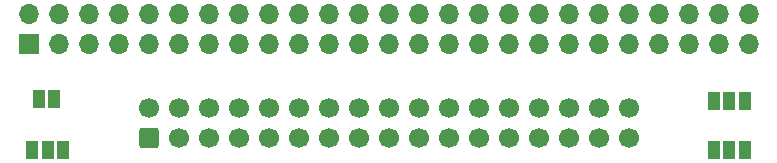
<source format=gbr>
%TF.GenerationSoftware,KiCad,Pcbnew,7.0.7*%
%TF.CreationDate,2023-09-16T00:08:42-05:00*%
%TF.ProjectId,50-to-34-pin-floppy-adapter,35302d74-6f2d-4333-942d-70696e2d666c,rev?*%
%TF.SameCoordinates,Original*%
%TF.FileFunction,Soldermask,Bot*%
%TF.FilePolarity,Negative*%
%FSLAX46Y46*%
G04 Gerber Fmt 4.6, Leading zero omitted, Abs format (unit mm)*
G04 Created by KiCad (PCBNEW 7.0.7) date 2023-09-16 00:08:42*
%MOMM*%
%LPD*%
G01*
G04 APERTURE LIST*
G04 Aperture macros list*
%AMRoundRect*
0 Rectangle with rounded corners*
0 $1 Rounding radius*
0 $2 $3 $4 $5 $6 $7 $8 $9 X,Y pos of 4 corners*
0 Add a 4 corners polygon primitive as box body*
4,1,4,$2,$3,$4,$5,$6,$7,$8,$9,$2,$3,0*
0 Add four circle primitives for the rounded corners*
1,1,$1+$1,$2,$3*
1,1,$1+$1,$4,$5*
1,1,$1+$1,$6,$7*
1,1,$1+$1,$8,$9*
0 Add four rect primitives between the rounded corners*
20,1,$1+$1,$2,$3,$4,$5,0*
20,1,$1+$1,$4,$5,$6,$7,0*
20,1,$1+$1,$6,$7,$8,$9,0*
20,1,$1+$1,$8,$9,$2,$3,0*%
G04 Aperture macros list end*
%ADD10RoundRect,0.250000X0.600000X-0.600000X0.600000X0.600000X-0.600000X0.600000X-0.600000X-0.600000X0*%
%ADD11C,1.700000*%
%ADD12R,1.000000X1.500000*%
%ADD13R,1.700000X1.700000*%
%ADD14O,1.700000X1.700000*%
G04 APERTURE END LIST*
D10*
%TO.C,J2*%
X146050000Y-71374000D03*
D11*
X146050000Y-68834000D03*
X148590000Y-71374000D03*
X148590000Y-68834000D03*
X151130000Y-71374000D03*
X151130000Y-68834000D03*
X153670000Y-71374000D03*
X153670000Y-68834000D03*
X156210000Y-71374000D03*
X156210000Y-68834000D03*
X158750000Y-71374000D03*
X158750000Y-68834000D03*
X161290000Y-71374000D03*
X161290000Y-68834000D03*
X163830000Y-71374000D03*
X163830000Y-68834000D03*
X166370000Y-71374000D03*
X166370000Y-68834000D03*
X168910000Y-71374000D03*
X168910000Y-68834000D03*
X171450000Y-71374000D03*
X171450000Y-68834000D03*
X173990000Y-71374000D03*
X173990000Y-68834000D03*
X176530000Y-71374000D03*
X176530000Y-68834000D03*
X179070000Y-71374000D03*
X179070000Y-68834000D03*
X181610000Y-71374000D03*
X181610000Y-68834000D03*
X184150000Y-71374000D03*
X184150000Y-68834000D03*
X186690000Y-71374000D03*
X186690000Y-68834000D03*
%TD*%
D12*
%TO.C,JP1*%
X138064000Y-68072000D03*
X136764000Y-68072000D03*
%TD*%
%TO.C,JP4*%
X196529000Y-72390000D03*
X195229000Y-72390000D03*
X193929000Y-72390000D03*
%TD*%
%TO.C,JP3*%
X196529000Y-68199000D03*
X195229000Y-68199000D03*
X193929000Y-68199000D03*
%TD*%
D13*
%TO.C,J1*%
X135890000Y-63373000D03*
D14*
X135890000Y-60833000D03*
X138430000Y-63373000D03*
X138430000Y-60833000D03*
X140970000Y-63373000D03*
X140970000Y-60833000D03*
X143510000Y-63373000D03*
X143510000Y-60833000D03*
X146050000Y-63373000D03*
X146050000Y-60833000D03*
X148590000Y-63373000D03*
X148590000Y-60833000D03*
X151130000Y-63373000D03*
X151130000Y-60833000D03*
X153670000Y-63373000D03*
X153670000Y-60833000D03*
X156210000Y-63373000D03*
X156210000Y-60833000D03*
X158750000Y-63373000D03*
X158750000Y-60833000D03*
X161290000Y-63373000D03*
X161290000Y-60833000D03*
X163830000Y-63373000D03*
X163830000Y-60833000D03*
X166370000Y-63373000D03*
X166370000Y-60833000D03*
X168910000Y-63373000D03*
X168910000Y-60833000D03*
X171450000Y-63373000D03*
X171450000Y-60833000D03*
X173990000Y-63373000D03*
X173990000Y-60833000D03*
X176530000Y-63373000D03*
X176530000Y-60833000D03*
X179070000Y-63373000D03*
X179070000Y-60833000D03*
X181610000Y-63373000D03*
X181610000Y-60833000D03*
X184150000Y-63373000D03*
X184150000Y-60833000D03*
X186690000Y-63373000D03*
X186690000Y-60833000D03*
X189230000Y-63373000D03*
X189230000Y-60833000D03*
X191770000Y-63373000D03*
X191770000Y-60833000D03*
X194310000Y-63373000D03*
X194310000Y-60833000D03*
X196850000Y-63373000D03*
X196850000Y-60833000D03*
%TD*%
D12*
%TO.C,JP2*%
X136211000Y-72390000D03*
X137511000Y-72390000D03*
X138811000Y-72390000D03*
%TD*%
M02*

</source>
